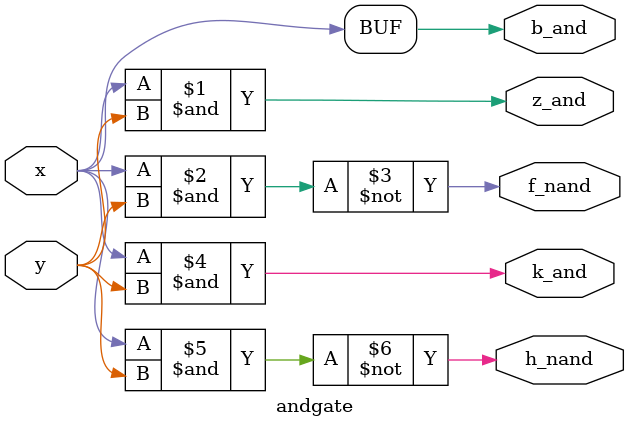
<source format=v>
module andgate (
    x, y, z_and, f_nand, k_and, h_nand, b_and
);
    input x, y;
    output z_and, k_and, f_nand, h_nand, b_and;

    assign z_and = x & y;
    assign f_nand = ~(x & y);
    and G (k_and, x, y);
    nand K (h_nand, x, y);
    assign b_and = &x;

endmodule
</source>
